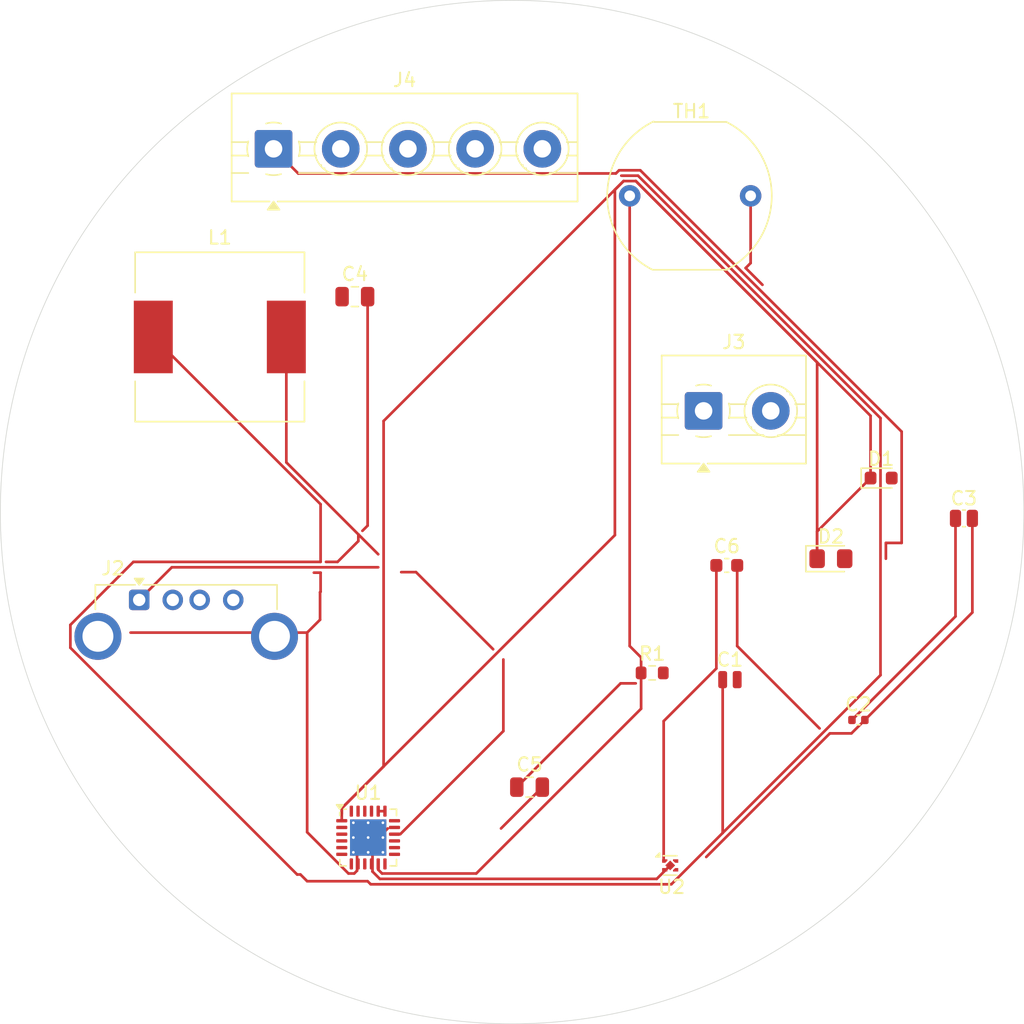
<source format=kicad_pcb>
(kicad_pcb (version 20241229) (generator "pcbnew") (generator_version "9.0")
  (layers (0 "F.Cu" signal) (2 "B.Cu" signal) (13 "F.Paste" user) (15 "B.Paste" user) (5 "F.SilkS" user "F.Silkscreen") (7 "B.SilkS" user "B.Silkscreen") (1 "F.Mask" user) (3 "B.Mask" user) (25 "Edge.Cuts" user))
  (net 0 "")
  (net 1 "Net-(U1-BTST)")
  (net 2 "Net-(C1-Pad1)")
  (net 3 "Net-(U2-EN)")
  (net 4 "GND")
  (net 5 "Net-(U1-REGN)")
  (net 6 "+3V3")
  (net 7 "Net-(D1-A)")
  (net 8 "Net-(D1-K)")
  (net 9 "Net-(D2-A)")
  (net 13 "Net-(U1-TS)")
  (footprint "Capacitor_SMD:C_0603_1608Metric" (layer "F.Cu") (at 158.225 95.5)
    (property "Reference" "C6" (at 0 -1.43 0) (layer "F.SilkS"))
    (property "Value" "C")
    (fp_line (start -0.14058 -0.51) (end 0.14058 -0.51) (stroke (width 0.12)) (layer "F.SilkS"))
    (fp_line (start -0.14058 0.51) (end 0.14058 0.51) (stroke (width 0.12)) (layer "F.SilkS"))
    (pad "1" smd roundrect (at -0.775 0) (size 0.9 0.95) (layers "F.Cu" "F.Mask" "F.Paste") (net 6 "+3V3"))
    (pad "2" smd roundrect (at 0.775 0) (size 0.9 0.95) (layers "F.Cu" "F.Mask" "F.Paste") (net 4 "GND"))
  )
  (footprint "TerminalBlock:TerminalBlock_MaiXu_MX126-5.0-02P_1x02_P5.00mm" (layer "F.Cu") (at 156.5 84)
    (property "Reference" "J3" (at 2.25 -5.12 0) (layer "F.SilkS"))
    (property "Value" "Screw_Terminal_01x01")
    (fp_line (start -3.12 -4.12) (end -3.12 3.92) (stroke (width 0.12)) (layer "F.SilkS"))
    (fp_line (start -3.12 -4.12) (end 7.62 -4.12) (stroke (width 0.12)) (layer "F.SilkS"))
    (fp_line (start -3.12 -0.5) (end -1.88 -0.5) (stroke (width 0.12)) (layer "F.SilkS"))
    (fp_line (start -3.12 0.5) (end -1.88 0.5) (stroke (width 0.12)) (layer "F.SilkS"))
    (fp_line (start -3.12 1.8) (end -1.88 1.8) (stroke (width 0.12)) (layer "F.SilkS"))
    (fp_line (start -3.12 3.92) (end -0.3 3.92) (stroke (width 0.12)) (layer "F.SilkS"))
    (fp_line (start 0.3 3.92) (end 7.62 3.92) (stroke (width 0.12)) (layer "F.SilkS"))
    (fp_line (start 1.88 -0.5) (end 3.188 -0.5) (stroke (width 0.12)) (layer "F.SilkS"))
    (fp_line (start 1.88 0.5) (end 3.188 0.5) (stroke (width 0.12)) (layer "F.SilkS"))
    (fp_line (start 1.88 1.8) (end 4.457 1.8) (stroke (width 0.12)) (layer "F.SilkS"))
    (fp_line (start 3.556 1.204) (end 3.513 1.247) (stroke (width 0.12)) (layer "F.SilkS"))
    (fp_line (start 3.795 1.443) (end 3.752 1.486) (stroke (width 0.12)) (layer "F.SilkS"))
    (fp_line (start 5.543 1.8) (end 7.62 1.8) (stroke (width 0.12)) (layer "F.SilkS"))
    (fp_line (start 6.247 -1.486) (end 6.204 -1.443) (stroke (width 0.12)) (layer "F.SilkS"))
    (fp_line (start 6.487 -1.247) (end 6.444 -1.204) (stroke (width 0.12)) (layer "F.SilkS"))
    (fp_line (start 6.812 -0.5) (end 7.62 -0.5) (stroke (width 0.12)) (layer "F.SilkS"))
    (fp_line (start 6.812 0.5) (end 7.62 0.5) (stroke (width 0.12)) (layer "F.SilkS"))
    (fp_line (start 7.62 -4.12) (end 7.62 3.92) (stroke (width 0.12)) (layer "F.SilkS"))
    (fp_arc (start -1.88 0.554) (mid -1.959928 -0.000246) (end -1.879861 -0.554472) (stroke (width 0.12)) (layer "F.SilkS"))
    (fp_arc (start -0.554 -1.88) (mid 0.000246 -1.959928) (end 0.554472 -1.879861) (stroke (width 0.12)) (layer "F.SilkS"))
    (fp_arc (start 0.554 1.88) (mid -0.000246 1.959928) (end -0.554472 1.879861) (stroke (width 0.12)) (layer "F.SilkS"))
    (fp_arc (start 1.88 -0.554) (mid 1.959928 0.000246) (end 1.879861 0.554472) (stroke (width 0.12)) (layer "F.SilkS"))
    (fp_circle (center 5 0) (end 6.96 0) (stroke (width 0.12)) (fill no) (layer "F.SilkS"))
    (fp_poly (pts (xy 0 3.92) (xy 0.44 4.53) (xy -0.44 4.53) (xy 0 3.92)) (stroke (width 0.12)) (fill yes) (layer "F.SilkS"))
    (pad "1" thru_hole roundrect (at 0 0) (size 2.8 2.8) (drill 1.3) (layers "*.Cu" "*.Mask") (roundrect_rratio 0.089286) (net 4 "GND"))
    (pad "2" thru_hole circle (at 5 0) (size 2.8 2.8) (drill 1.3) (layers "*.Cu" "*.Mask"))
  )
  (footprint "Capacitor_SMD:C_0504_1310Metric_Pad0.83x1.28mm_HandSolder" (layer "F.Cu") (at 175.8725 92)
    (property "Reference" "C3" (at 0 -1.49 0) (layer "F.SilkS"))
    (property "Value" "C")
    (fp_line (start -0.101969 -0.62) (end 0.101969 -0.62) (stroke (width 0.12)) (layer "F.SilkS"))
    (fp_line (start -0.101969 0.62) (end 0.101969 0.62) (stroke (width 0.12)) (layer "F.SilkS"))
    (pad "1" smd roundrect (at -0.6275 0) (size 0.835 1.28) (layers "F.Cu" "F.Mask" "F.Paste") (net 3 "Net-(U2-EN)"))
    (pad "2" smd roundrect (at 0.6275 0) (size 0.835 1.28) (layers "F.Cu" "F.Mask" "F.Paste") (net 4 "GND"))
  )
  (footprint "Inductor_SMD:L_12x12mm_H8mm" (layer "F.Cu") (at 120.5 78.5)
    (property "Reference" "L1" (at 0 -7.4 0) (layer "F.SilkS"))
    (property "Value" "L")
    (fp_line (start -6.3 -6.3) (end 6.3 -6.3) (stroke (width 0.12)) (layer "F.SilkS"))
    (fp_line (start -6.3 -3.3) (end -6.3 -6.3) (stroke (width 0.12)) (layer "F.SilkS"))
    (fp_line (start -6.3 6.3) (end -6.3 3.3) (stroke (width 0.12)) (layer "F.SilkS"))
    (fp_line (start 6.3 -6.3) (end 6.3 -3.3) (stroke (width 0.12)) (layer "F.SilkS"))
    (fp_line (start 6.3 3.3) (end 6.3 6.3) (stroke (width 0.12)) (layer "F.SilkS"))
    (fp_line (start 6.3 6.3) (end -6.3 6.3) (stroke (width 0.12)) (layer "F.SilkS"))
    (pad "1" smd rect (at -4.95 0) (size 2.9 5.4) (layers "F.Cu" "F.Mask" "F.Paste") (net 2 "Net-(C1-Pad1)"))
    (pad "2" smd rect (at 4.95 0) (size 2.9 5.4) (layers "F.Cu" "F.Mask" "F.Paste") (net 3 "Net-(U2-EN)"))
  )
  (footprint "Package_DFN_QFN:OnSemi_XDFN4-1EP_1.0x1.0mm_EP0.52x0.52mm" (layer "F.Cu") (at 154.015 117.825)
    (property "Reference" "U2" (at 0.11 1.6 0) (layer "F.SilkS"))
    (property "Value" "NCP115AMX250TCG")
    (fp_line (start -0.5 0.72) (end 0.5 0.72) (stroke (width 0.12)) (layer "F.SilkS"))
    (fp_line (start 0.5 -0.72) (end -0.5 -0.72) (stroke (width 0.12)) (layer "F.SilkS"))
    (fp_poly (pts (xy -0.79 -0.64) (xy -1.07 -0.64) (xy -0.79 -0.92) (xy -0.79 -0.64)) (stroke (width 0.12)) (fill yes) (layer "F.SilkS"))
    (pad "1" smd custom (at -0.485 -0.325 270) (size 0.26 0.23) (layers "F.Cu" "F.Mask" "F.Paste") (net 6 "+3V3") (options (clearance outline) (anchor rect)) (primitives (gr_poly (pts (xy 0.13 -0.115) (xy -0.13 -0.115) (xy -0.13 -0.275) (xy -0.02 -0.275)) (width 0) (fill yes))))
    (pad "2" smd custom (at -0.485 0.325 270) (size 0.26 0.23) (layers "F.Cu" "F.Mask" "F.Paste") (net 4 "GND") (options (clearance outline) (anchor rect)) (primitives (gr_poly (pts (xy 0.13 -0.115) (xy -0.13 -0.115) (xy 0.02 -0.275) (xy 0.13 -0.275)) (width 0) (fill yes))))
    (pad "3" smd custom (at 0.485 0.325 90) (size 0.26 0.23) (layers "F.Cu" "F.Mask" "F.Paste") (net 3 "Net-(U2-EN)") (options (clearance outline) (anchor rect)) (primitives (gr_poly (pts (xy 0.13 -0.115) (xy -0.13 -0.115) (xy -0.13 -0.275) (xy -0.02 -0.275)) (width 0) (fill yes))))
    (pad "4" smd custom (at 0.485 -0.325 90) (size 0.26 0.23) (layers "F.Cu" "F.Mask" "F.Paste") (net 3 "Net-(U2-EN)") (options (clearance outline) (anchor rect)) (primitives (gr_poly (pts (xy 0.13 -0.115) (xy -0.13 -0.115) (xy 0.02 -0.275) (xy 0.13 -0.275)) (width 0) (fill yes))))
    (pad "5" smd rect (at 0 0 135) (size 0.52 0.52) (layers "F.Cu" "F.Mask" "F.Paste") (net 4 "GND"))
  )
  (footprint "Connector_USB:USB_A_Connfly_DS1095" (layer "F.Cu") (at 114.5 98.0675)
    (property "Reference" "J2" (at -1.95 -2.35 0) (layer "F.SilkS"))
    (property "Value" "USB_B_Micro")
    (fp_line (start -3.26 -1.12) (end -0.3 -1.12) (stroke (width 0.12)) (layer "F.SilkS"))
    (fp_line (start -3.26 0.7) (end -3.26 -1.12) (stroke (width 0.12)) (layer "F.SilkS"))
    (fp_line (start 0.3 -1.12) (end 10.26 -1.12) (stroke (width 0.12)) (layer "F.SilkS"))
    (fp_line (start 10.26 0.7) (end 10.26 -1.12) (stroke (width 0.12)) (layer "F.SilkS"))
    (fp_poly (pts (xy 0 -1.12) (xy -0.34 -1.59) (xy 0.34 -1.59)) (stroke (width 0.12)) (fill yes) (layer "F.SilkS"))
    (pad "1" thru_hole roundrect (at 0 0) (size 1.524 1.524) (drill 0.92) (layers "*.Cu" "*.Mask") (roundrect_rratio 0.1640419948) (net 7 "Net-(D1-A)"))
    (pad "2" thru_hole circle (at 2.5 0) (size 1.524 1.524) (drill 0.92) (layers "*.Cu" "*.Mask"))
    (pad "3" thru_hole circle (at 4.5 0) (size 1.524 1.524) (drill 0.92) (layers "*.Cu" "*.Mask"))
    (pad "4" thru_hole circle (at 7 0) (size 1.524 1.524) (drill 0.92) (layers "*.Cu" "*.Mask"))
    (pad "5" thru_hole circle (at -3.07 2.71) (size 3.5 3.5) (drill 2.3) (layers "*.Cu" "*.Mask") (net 4 "GND"))
    (pad "5" thru_hole circle (at 10.07 2.71) (size 3.5 3.5) (drill 2.3) (layers "*.Cu" "*.Mask") (net 4 "GND"))
  )
  (footprint "OptoDevice:R_LDR_12x10.8mm_P9.0mm_Vertical" (layer "F.Cu") (at 151 68)
    (property "Reference" "TH1" (at 4.6 -6.3 0) (layer "F.SilkS"))
    (property "Value" "Thermistor_NTC")
    (fp_line (start 1.8 -5.5) (end 7.2 -5.5) (stroke (width 0.12)) (layer "F.SilkS"))
    (fp_line (start 7.2 5.5) (end 1.7 5.5) (stroke (width 0.12)) (layer "F.SilkS"))
    (fp_arc (start 1.7 5.5) (mid -1.671546 -0.044886) (end 1.780295 -5.540145) (stroke (width 0.12)) (layer "F.SilkS"))
    (fp_arc (start 7.2 -5.5) (mid 10.571669 0.022361) (end 7.160072 5.520145) (stroke (width 0.12)) (layer "F.SilkS"))
    (pad "1" thru_hole circle (at 0 0) (size 1.6 1.6) (drill 0.8) (layers "*.Cu" "*.Mask") (net 13 "Net-(U1-TS)"))
    (pad "2" thru_hole circle (at 9 0) (size 1.6 1.6) (drill 0.8) (layers "*.Cu" "*.Mask") (net 4 "GND"))
  )
  (footprint "Capacitor_SMD:C_0805_2012Metric" (layer "F.Cu") (at 143.55 112)
    (property "Reference" "C5" (at 0 -1.68 0) (layer "F.SilkS"))
    (property "Value" "C")
    (fp_line (start -0.261252 -0.735) (end 0.261252 -0.735) (stroke (width 0.12)) (layer "F.SilkS"))
    (fp_line (start -0.261252 0.735) (end 0.261252 0.735) (stroke (width 0.12)) (layer "F.SilkS"))
    (pad "1" smd roundrect (at -0.95 0) (size 1 1.45) (layers "F.Cu" "F.Mask" "F.Paste") (net 5 "Net-(U1-REGN)"))
    (pad "2" smd roundrect (at 0.95 0) (size 1 1.45) (layers "F.Cu" "F.Mask" "F.Paste") (net 4 "GND"))
  )
  (footprint "Diode_SMD:D_0603_1608Metric" (layer "F.Cu") (at 169.7125 89)
    (property "Reference" "D1" (at 0 -1.43 0) (layer "F.SilkS"))
    (property "Value" "D")
    (fp_line (start -1.485 -0.735) (end -1.485 0.735) (stroke (width 0.12)) (layer "F.SilkS"))
    (fp_line (start -1.485 0.735) (end 0.8 0.735) (stroke (width 0.12)) (layer "F.SilkS"))
    (fp_line (start 0.8 -0.735) (end -1.485 -0.735) (stroke (width 0.12)) (layer "F.SilkS"))
    (pad "1" smd roundrect (at -0.7875 0) (size 0.875 0.95) (layers "F.Cu" "F.Mask" "F.Paste") (net 8 "Net-(D1-K)"))
    (pad "2" smd roundrect (at 0.7875 0) (size 0.875 0.95) (layers "F.Cu" "F.Mask" "F.Paste") (net 7 "Net-(D1-A)"))
  )
  (footprint "Package_DFN_QFN:Texas_RTW_WQFN-24-1EP_4x4mm_P0.5mm_EP2.7x2.7mm_ThermalVias" (layer "F.Cu") (at 131.5375 115.75)
    (property "Reference" "U1" (at 0 -3.33 0) (layer "F.SilkS"))
    (property "Value" "BQ25895RTW")
    (fp_line (start -2.11 -1.635) (end -2.11 -1.87) (stroke (width 0.12)) (layer "F.SilkS"))
    (fp_line (start -2.11 2.11) (end -2.11 1.635) (stroke (width 0.12)) (layer "F.SilkS"))
    (fp_line (start -1.635 -2.11) (end -1.81 -2.11) (stroke (width 0.12)) (layer "F.SilkS"))
    (fp_line (start -1.635 2.11) (end -2.11 2.11) (stroke (width 0.12)) (layer "F.SilkS"))
    (fp_line (start 1.635 -2.11) (end 2.11 -2.11) (stroke (width 0.12)) (layer "F.SilkS"))
    (fp_line (start 1.635 2.11) (end 2.11 2.11) (stroke (width 0.12)) (layer "F.SilkS"))
    (fp_line (start 2.11 -2.11) (end 2.11 -1.635) (stroke (width 0.12)) (layer "F.SilkS"))
    (fp_line (start 2.11 2.11) (end 2.11 1.635) (stroke (width 0.12)) (layer "F.SilkS"))
    (fp_poly (pts (xy -2.11 -2.11) (xy -2.35 -2.44) (xy -1.87 -2.44) (xy -2.11 -2.11)) (stroke (width 0.12)) (fill yes) (layer "F.SilkS"))
    (pad "1" smd roundrect (at -1.9625 -1.25) (size 0.825 0.25) (layers "F.Cu" "F.Mask" "F.Paste") (net 8 "Net-(D1-K)"))
    (pad "2" smd roundrect (at -1.9625 -0.75) (size 0.825 0.25) (layers "F.Cu" "F.Mask" "F.Paste"))
    (pad "3" smd roundrect (at -1.9625 -0.25) (size 0.825 0.25) (layers "F.Cu" "F.Mask" "F.Paste"))
    (pad "4" smd roundrect (at -1.9625 0.25) (size 0.825 0.25) (layers "F.Cu" "F.Mask" "F.Paste"))
    (pad "5" smd roundrect (at -1.9625 0.75) (size 0.825 0.25) (layers "F.Cu" "F.Mask" "F.Paste"))
    (pad "6" smd roundrect (at -1.9625 1.25) (size 0.825 0.25) (layers "F.Cu" "F.Mask" "F.Paste"))
    (pad "7" smd roundrect (at -1.25 1.9625) (size 0.25 0.825) (layers "F.Cu" "F.Mask" "F.Paste"))
    (pad "8" smd roundrect (at -0.75 1.9625) (size 0.25 0.825) (layers "F.Cu" "F.Mask" "F.Paste") (net 4 "GND"))
    (pad "9" smd roundrect (at -0.25 1.9625) (size 0.25 0.825) (layers "F.Cu" "F.Mask" "F.Paste") (net 4 "GND"))
    (pad "10" smd roundrect (at 0.25 1.9625) (size 0.25 0.825) (layers "F.Cu" "F.Mask" "F.Paste") (net 4 "GND"))
    (pad "11" smd roundrect (at 0.75 1.9625) (size 0.25 0.825) (layers "F.Cu" "F.Mask" "F.Paste") (net 13 "Net-(U1-TS)"))
    (pad "12" smd roundrect (at 1.25 1.9625) (size 0.25 0.825) (layers "F.Cu" "F.Mask" "F.Paste"))
    (pad "13" smd roundrect (at 1.9625 1.25) (size 0.825 0.25) (layers "F.Cu" "F.Mask" "F.Paste"))
    (pad "14" smd roundrect (at 1.9625 0.75) (size 0.825 0.25) (layers "F.Cu" "F.Mask" "F.Paste"))
    (pad "15" smd roundrect (at 1.9625 0.25) (size 0.825 0.25) (layers "F.Cu" "F.Mask" "F.Paste") (net 3 "Net-(U2-EN)"))
    (pad "16" smd roundrect (at 1.9625 -0.25) (size 0.825 0.25) (layers "F.Cu" "F.Mask" "F.Paste") (net 3 "Net-(U2-EN)"))
    (pad "17" smd roundrect (at 1.9625 -0.75) (size 0.825 0.25) (layers "F.Cu" "F.Mask" "F.Paste") (net 4 "GND"))
    (pad "18" smd roundrect (at 1.9625 -1.25) (size 0.825 0.25) (layers "F.Cu" "F.Mask" "F.Paste") (net 4 "GND"))
    (pad "19" smd roundrect (at 1.25 -1.9625) (size 0.25 0.825) (layers "F.Cu" "F.Mask" "F.Paste") (net 2 "Net-(C1-Pad1)"))
    (pad "20" smd roundrect (at 0.75 -1.9625) (size 0.25 0.825) (layers "F.Cu" "F.Mask" "F.Paste") (net 2 "Net-(C1-Pad1)"))
    (pad "21" smd roundrect (at 0.25 -1.9625) (size 0.25 0.825) (layers "F.Cu" "F.Mask" "F.Paste") (net 1 "Net-(U1-BTST)"))
    (pad "22" smd roundrect (at -0.25 -1.9625) (size 0.25 0.825) (layers "F.Cu" "F.Mask" "F.Paste") (net 5 "Net-(U1-REGN)"))
    (pad "23" smd roundrect (at -0.75 -1.9625) (size 0.25 0.825) (layers "F.Cu" "F.Mask" "F.Paste"))
    (pad "24" smd roundrect (at -1.25 -1.9625) (size 0.25 0.825) (layers "F.Cu" "F.Mask" "F.Paste"))
    (pad "25" thru_hole circle (at -1.1 -1.1) (size 0.5 0.5) (drill 0.2) (property pad_prop_heatsink) (layers "*.Cu") (net 4 "GND"))
    (pad "25" thru_hole circle (at -1.1 0) (size 0.5 0.5) (drill 0.2) (property pad_prop_heatsink) (layers "*.Cu") (net 4 "GND"))
    (pad "25" thru_hole circle (at -1.1 1.1) (size 0.5 0.5) (drill 0.2) (property pad_prop_heatsink) (layers "*.Cu") (net 4 "GND"))
    (pad "25" thru_hole circle (at 0 -1.1) (size 0.5 0.5) (drill 0.2) (property pad_prop_heatsink) (layers "*.Cu") (net 4 "GND"))
    (pad "25" thru_hole circle (at 0 0) (size 0.5 0.5) (drill 0.2) (property pad_prop_heatsink) (layers "*.Cu") (net 4 "GND"))
    (pad "25" smd rect (at 0 0) (size 2.7 2.7) (property pad_prop_heatsink) (layers "F.Cu" "F.Mask") (net 4 "GND"))
    (pad "25" smd rect (at 0 0) (size 2.7 2.7) (property pad_prop_heatsink) (layers "B.Cu") (net 4 "GND"))
    (pad "25" thru_hole circle (at 0 1.1) (size 0.5 0.5) (drill 0.2) (property pad_prop_heatsink) (layers "*.Cu") (net 4 "GND"))
    (pad "25" thru_hole circle (at 1.1 -1.1) (size 0.5 0.5) (drill 0.2) (property pad_prop_heatsink) (layers "*.Cu") (net 4 "GND"))
    (pad "25" thru_hole circle (at 1.1 0) (size 0.5 0.5) (drill 0.2) (property pad_prop_heatsink) (layers "*.Cu") (net 4 "GND"))
    (pad "25" thru_hole circle (at 1.1 1.1) (size 0.5 0.5) (drill 0.2) (property pad_prop_heatsink) (layers "*.Cu") (net 4 "GND"))
  )
  (footprint "Capacitor_SMD:C_0402_1005Metric" (layer "F.Cu") (at 168.02 107)
    (property "Reference" "C2" (at 0 -1.16 0) (layer "F.SilkS"))
    (property "Value" "C")
    (fp_line (start -0.107836 -0.36) (end 0.107836 -0.36) (stroke (width 0.12)) (layer "F.SilkS"))
    (fp_line (start -0.107836 0.36) (end 0.107836 0.36) (stroke (width 0.12)) (layer "F.SilkS"))
    (pad "1" smd roundrect (at -0.48 0) (size 0.56 0.62) (layers "F.Cu" "F.Mask" "F.Paste") (net 3 "Net-(U2-EN)"))
    (pad "2" smd roundrect (at 0.48 0) (size 0.56 0.62) (layers "F.Cu" "F.Mask" "F.Paste") (net 4 "GND"))
  )
  (footprint "Capacitor_SMD:C_0805_2012Metric" (layer "F.Cu") (at 130.55 75.5)
    (property "Reference" "C4" (at 0 -1.68 0) (layer "F.SilkS"))
    (property "Value" "C")
    (fp_line (start -0.261252 -0.735) (end 0.261252 -0.735) (stroke (width 0.12)) (layer "F.SilkS"))
    (fp_line (start -0.261252 0.735) (end 0.261252 0.735) (stroke (width 0.12)) (layer "F.SilkS"))
    (pad "1" smd roundrect (at -0.95 0) (size 1 1.45) (layers "F.Cu" "F.Mask" "F.Paste") (net 3 "Net-(U2-EN)"))
    (pad "2" smd roundrect (at 0.95 0) (size 1 1.45) (layers "F.Cu" "F.Mask" "F.Paste") (net 4 "GND"))
  )
  (footprint "Capacitor_SMD:C_0504_1310Metric" (layer "F.Cu") (at 158.46 104)
    (property "Reference" "C1" (at 0 -1.49 0) (layer "F.SilkS"))
    (property "Value" "C")
    (pad "1" smd roundrect (at -0.54 0) (size 0.66 1.28) (layers "F.Cu" "F.Mask" "F.Paste") (net 2 "Net-(C1-Pad1)"))
    (pad "2" smd roundrect (at 0.54 0) (size 0.66 1.28) (layers "F.Cu" "F.Mask" "F.Paste") (net 1 "Net-(U1-BTST)"))
  )
  (footprint "Resistor_SMD:R_0603_1608Metric" (layer "F.Cu") (at 152.675 103.5)
    (property "Reference" "R1" (at 0 -1.43 0) (layer "F.SilkS"))
    (property "Value" "R")
    (fp_line (start -0.237258 -0.5225) (end 0.237258 -0.5225) (stroke (width 0.12)) (layer "F.SilkS"))
    (fp_line (start -0.237258 0.5225) (end 0.237258 0.5225) (stroke (width 0.12)) (layer "F.SilkS"))
    (pad "1" smd roundrect (at -0.825 0) (size 0.8 0.95) (layers "F.Cu" "F.Mask" "F.Paste") (net 13 "Net-(U1-TS)"))
    (pad "2" smd roundrect (at 0.825 0) (size 0.8 0.95) (layers "F.Cu" "F.Mask" "F.Paste") (net 5 "Net-(U1-REGN)"))
  )
  (footprint "TerminalBlock:TerminalBlock_MaiXu_MX126-5.0-05P_1x05_P5.00mm" (layer "F.Cu") (at 124.5 64.5)
    (property "Reference" "J4" (at 9.75 -5.12 0) (layer "F.SilkS"))
    (property "Value" "Screw_Terminal_01x01")
    (fp_line (start -3.12 -4.12) (end -3.12 3.92) (stroke (width 0.12)) (layer "F.SilkS"))
    (fp_line (start -3.12 -4.12) (end 22.62 -4.12) (stroke (width 0.12)) (layer "F.SilkS"))
    (fp_line (start -3.12 -0.5) (end -1.88 -0.5) (stroke (width 0.12)) (layer "F.SilkS"))
    (fp_line (start -3.12 0.5) (end -1.88 0.5) (stroke (width 0.12)) (layer "F.SilkS"))
    (fp_line (start -3.12 1.8) (end -1.88 1.8) (stroke (width 0.12)) (layer "F.SilkS"))
    (fp_line (start -3.12 3.92) (end -0.3 3.92) (stroke (width 0.12)) (layer "F.SilkS"))
    (fp_line (start 0.3 3.92) (end 22.62 3.92) (stroke (width 0.12)) (layer "F.SilkS"))
    (fp_line (start 1.88 -0.5) (end 3.188 -0.5) (stroke (width 0.12)) (layer "F.SilkS"))
    (fp_line (start 1.88 0.5) (end 3.188 0.5) (stroke (width 0.12)) (layer "F.SilkS"))
    (fp_line (start 1.88 1.8) (end 4.457 1.8) (stroke (width 0.12)) (layer "F.SilkS"))
    (fp_line (start 3.556 1.204) (end 3.513 1.247) (stroke (width 0.12)) (layer "F.SilkS"))
    (fp_line (start 3.795 1.443) (end 3.752 1.486) (stroke (width 0.12)) (layer "F.SilkS"))
    (fp_line (start 5.543 1.8) (end 9.457 1.8) (stroke (width 0.12)) (layer "F.SilkS"))
    (fp_line (start 6.247 -1.486) (end 6.204 -1.443) (stroke (width 0.12)) (layer "F.SilkS"))
    (fp_line (start 6.487 -1.247) (end 6.444 -1.204) (stroke (width 0.12)) (layer "F.SilkS"))
    (fp_line (start 6.812 -0.5) (end 8.188 -0.5) (stroke (width 0.12)) (layer "F.SilkS"))
    (fp_line (start 6.812 0.5) (end 8.188 0.5) (stroke (width 0.12)) (layer "F.SilkS"))
    (fp_line (start 8.556 1.204) (end 8.513 1.247) (stroke (width 0.12)) (layer "F.SilkS"))
    (fp_line (start 8.795 1.443) (end 8.752 1.486) (stroke (width 0.12)) (layer "F.SilkS"))
    (fp_line (start 10.543 1.8) (end 14.457 1.8) (stroke (width 0.12)) (layer "F.SilkS"))
    (fp_line (start 11.247 -1.486) (end 11.204 -1.443) (stroke (width 0.12)) (layer "F.SilkS"))
    (fp_line (start 11.487 -1.247) (end 11.444 -1.204) (stroke (width 0.12)) (layer "F.SilkS"))
    (fp_line (start 11.812 -0.5) (end 13.188 -0.5) (stroke (width 0.12)) (layer "F.SilkS"))
    (fp_line (start 11.812 0.5) (end 13.188 0.5) (stroke (width 0.12)) (layer "F.SilkS"))
    (fp_line (start 13.556 1.204) (end 13.513 1.247) (stroke (width 0.12)) (layer "F.SilkS"))
    (fp_line (start 13.795 1.443) (end 13.752 1.486) (stroke (width 0.12)) (layer "F.SilkS"))
    (fp_line (start 15.543 1.8) (end 19.457 1.8) (stroke (width 0.12)) (layer "F.SilkS"))
    (fp_line (start 16.247 -1.486) (end 16.204 -1.443) (stroke (width 0.12)) (layer "F.SilkS"))
    (fp_line (start 16.487 -1.247) (end 16.444 -1.204) (stroke (width 0.12)) (layer "F.SilkS"))
    (fp_line (start 16.812 -0.5) (end 18.188 -0.5) (stroke (width 0.12)) (layer "F.SilkS"))
    (fp_line (start 16.812 0.5) (end 18.188 0.5) (stroke (width 0.12)) (layer "F.SilkS"))
    (fp_line (start 18.556 1.204) (end 18.513 1.247) (stroke (width 0.12)) (layer "F.SilkS"))
    (fp_line (start 18.795 1.443) (end 18.752 1.486) (stroke (width 0.12)) (layer "F.SilkS"))
    (fp_line (start 20.543 1.8) (end 22.62 1.8) (stroke (width 0.12)) (layer "F.SilkS"))
    (fp_line (start 21.247 -1.486) (end 21.204 -1.443) (stroke (width 0.12)) (layer "F.SilkS"))
    (fp_line (start 21.487 -1.247) (end 21.444 -1.204) (stroke (width 0.12)) (layer "F.SilkS"))
    (fp_line (start 21.812 -0.5) (end 22.62 -0.5) (stroke (width 0.12)) (layer "F.SilkS"))
    (fp_line (start 21.812 0.5) (end 22.62 0.5) (stroke (width 0.12)) (layer "F.SilkS"))
    (fp_line (start 22.62 -4.12) (end 22.62 3.92) (stroke (width 0.12)) (layer "F.SilkS"))
    (fp_arc (start -1.88 0.554) (mid -1.959928 -0.000246) (end -1.879861 -0.554472) (stroke (width 0.12)) (layer "F.SilkS"))
    (fp_arc (start -0.554 -1.88) (mid 0.000246 -1.959928) (end 0.554472 -1.879861) (stroke (width 0.12)) (layer "F.SilkS"))
    (fp_arc (start 0.554 1.88) (mid -0.000246 1.959928) (end -0.554472 1.879861) (stroke (width 0.12)) (layer "F.SilkS"))
    (fp_arc (start 1.88 -0.554) (mid 1.959928 0.000246) (end 1.879861 0.554472) (stroke (width 0.12)) (layer "F.SilkS"))
    (fp_circle (center 5 0) (end 6.96 0) (stroke (width 0.12)) (fill no) (layer "F.SilkS"))
    (fp_circle (center 10 0) (end 11.96 0) (stroke (width 0.12)) (fill no) (layer "F.SilkS"))
    (fp_circle (center 15 0) (end 16.96 0) (stroke (width 0.12)) (fill no) (layer "F.SilkS"))
    (fp_circle (center 20 0) (end 21.96 0) (stroke (width 0.12)) (fill no) (layer "F.SilkS"))
    (fp_poly (pts (xy 0 3.92) (xy 0.44 4.53) (xy -0.44 4.53) (xy 0 3.92)) (stroke (width 0.12)) (fill yes) (layer "F.SilkS"))
    (pad "1" thru_hole roundrect (at 0 0) (size 2.8 2.8) (drill 1.3) (layers "*.Cu" "*.Mask") (roundrect_rratio 0.089286) (net 9 "Net-(D2-A)"))
    (pad "2" thru_hole circle (at 5 0) (size 2.8 2.8) (drill 1.3) (layers "*.Cu" "*.Mask"))
    (pad "3" thru_hole circle (at 10 0) (size 2.8 2.8) (drill 1.3) (layers "*.Cu" "*.Mask"))
    (pad "4" thru_hole circle (at 15 0) (size 2.8 2.8) (drill 1.3) (layers "*.Cu" "*.Mask"))
    (pad "5" thru_hole circle (at 20 0) (size 2.8 2.8) (drill 1.3) (layers "*.Cu" "*.Mask"))
  )
  (footprint "Diode_SMD:D_0805_2012Metric_Pad1.15x1.40mm_HandSolder" (layer "F.Cu") (at 165.975 95)
    (property "Reference" "D2" (at 0 -1.65 0) (layer "F.SilkS"))
    (property "Value" "D")
    (fp_line (start -1.86 -0.96) (end -1.86 0.96) (stroke (width 0.12)) (layer "F.SilkS"))
    (fp_line (start -1.86 0.96) (end 1 0.96) (stroke (width 0.12)) (layer "F.SilkS"))
    (fp_line (start 1 -0.96) (end -1.86 -0.96) (stroke (width 0.12)) (layer "F.SilkS"))
    (pad "1" smd roundrect (at -1.025 0) (size 1.15 1.4) (layers "F.Cu" "F.Mask" "F.Paste") (roundrect_rratio 0.217391) (net 8 "Net-(D1-K)"))
    (pad "2" smd roundrect (at 1.025 0) (size 1.15 1.4) (layers "F.Cu" "F.Mask" "F.Paste") (roundrect_rratio 0.217391) (net 9 "Net-(D2-A)"))
  )
  (gr_circle (center 142.25 91.5325) (end 144.75 129.5325) (stroke (width 0.05)) (fill no) (layer "Edge.Cuts"))
  (segment (start 134 96) (end 135.1 96) (width 0.2) (layer "F.Cu") (net 0))
  (segment (start 135.1 96) (end 140.839801 101.739801) (width 0.2) (layer "F.Cu") (net 0))
  (segment (start 157.92 115.407752) (end 157.92 104) (width 0.2) (layer "F.Cu") (net 2))
  (segment (start 109.379 99.927947) (end 114.069447 95.2375) (width 0.2) (layer "F.Cu") (net 2))
  (segment (start 151.62215 66.498) (end 150.37785 66.498) (width 0.2) (layer "F.Cu") (net 2))
  (segment (start 126.251947 118.5) (end 109.379 101.627053) (width 0.2) (layer "F.Cu") (net 2))
  (segment (start 154.099752 119.228) (end 131.728 119.228) (width 0.2) (layer "F.Cu") (net 2))
  (segment (start 128 90.95) (end 115.55 78.5) (width 0.2) (layer "F.Cu") (net 2))
  (segment (start 128 95.2375) (end 128 90.95) (width 0.2) (layer "F.Cu") (net 2))
  (segment (start 131.5 119) (end 127 119) (width 0.2) (layer "F.Cu") (net 2))
  (segment (start 157.92 115.407752) (end 154.099752 119.228) (width 0.2) (layer "F.Cu") (net 2))
  (segment (start 132.2875 113.7875) (end 132.7875 113.7875) (width 0.2) (layer "F.Cu") (net 2))
  (segment (start 109.379 101.627053) (end 109.379 99.927947) (width 0.2) (layer "F.Cu") (net 2))
  (segment (start 131.728 119.228) (end 131.5 119) (width 0.2) (layer "F.Cu") (net 2))
  (segment (start 157.92 115.407752) (end 169.6635 103.664252) (width 0.2) (layer "F.Cu") (net 2))
  (segment (start 114.069447 95.2375) (end 128 95.2375) (width 0.2) (layer "F.Cu") (net 2))
  (segment (start 127 119) (end 126.5 118.5) (width 0.2) (layer "F.Cu") (net 2))
  (segment (start 169.6635 103.664252) (end 169.6635 84.53935) (width 0.2) (layer "F.Cu") (net 2))
  (segment (start 126.5 118.5) (end 126.251947 118.5) (width 0.2) (layer "F.Cu") (net 2))
  (segment (start 169.6635 84.53935) (end 151.62215 66.498) (width 0.2) (layer "F.Cu") (net 2))
  (segment (start 125.45 87.8329) (end 130.80855 93.19145) (width 0.2) (layer "F.Cu") (net 3))
  (segment (start 125.45 78.5) (end 125.45 87.8329) (width 0.2) (layer "F.Cu") (net 3))
  (segment (start 130.80855 93.19145) (end 131.05855 93.44145) (width 0.2) (layer "F.Cu") (net 3))
  (segment (start 175.245 92) (end 175.245 99.295) (width 0.2) (layer "F.Cu") (net 3))
  (segment (start 130.80855 93.19145) (end 130.80855 93.69145) (width 0.2) (layer "F.Cu") (net 3))
  (segment (start 133.928298 115.5) (end 141.6 107.828298) (width 0.2) (layer "F.Cu") (net 3))
  (segment (start 131.05855 93.44145) (end 132.2875 94.6704) (width 0.2) (layer "F.Cu") (net 3))
  (segment (start 175.245 99.295) (end 167.54 107) (width 0.2) (layer "F.Cu") (net 3))
  (segment (start 130.80855 93.69145) (end 129.2625 95.2375) (width 0.2) (layer "F.Cu") (net 3))
  (segment (start 129.2625 95.2375) (end 128.401 95.2375) (width 0.2) (layer "F.Cu") (net 3))
  (segment (start 141.6 107.828298) (end 141.6 102.5) (width 0.2) (layer "F.Cu") (net 3))
  (segment (start 133.5 115.5) (end 133.928298 115.5) (width 0.2) (layer "F.Cu") (net 3))
  (segment (start 128 97.4605) (end 128 96.0395) (width 0.2) (layer "F.Cu") (net 4))
  (segment (start 130.7135 114.926) (end 130.7135 118.214798) (width 0.2) (layer "F.Cu") (net 4))
  (segment (start 127 100.5) (end 127.9605 99.5395) (width 0.2) (layer "F.Cu") (net 4))
  (segment (start 130.7135 118.214798) (end 130.502298 118.426) (width 0.2) (layer "F.Cu") (net 4))
  (segment (start 127.9605 97.5) (end 128 97.4605) (width 0.2) (layer "F.Cu") (net 4))
  (segment (start 131.8615 118.281898) (end 131.8615 116.210202) (width 0.2) (layer "F.Cu") (net 4))
  (segment (start 153.013 118.827) (end 132.406602 118.827) (width 0.2) (layer "F.Cu") (net 4))
  (segment (start 131.5 92.5395) (end 131.11185 92.92765) (width 0.2) (layer "F.Cu") (net 4))
  (segment (start 127 115.353298) (end 127 100.5) (width 0.2) (layer "F.Cu") (net 4))
  (segment (start 160 68) (end 160 73) (width 0.2) (layer "F.Cu") (net 4))
  (segment (start 176.5 92) (end 176.5 99) (width 0.2) (layer "F.Cu") (net 4))
  (segment (start 130.4375 114.65) (end 130.7135 114.926) (width 0.2) (layer "F.Cu") (net 4))
  (segment (start 128 96.0395) (end 127.5 96.0395) (width 0.2) (layer "F.Cu") (net 4))
  (segment (start 130.072702 118.426) (end 127 115.353298) (width 0.2) (layer "F.Cu") (net 4))
  (segment (start 130.502298 118.426) (end 130.072702 118.426) (width 0.2) (layer "F.Cu") (net 4))
  (segment (start 132.406602 118.827) (end 131.8615 118.281898) (width 0.2) (layer "F.Cu") (net 4))
  (segment (start 168.5 107) (end 167.5 108) (width 0.2) (layer "F.Cu") (net 4))
  (segment (start 131.8615 116.210202) (end 132.997702 115.074) (width 0.2) (layer "F.Cu") (net 4))
  (segment (start 113.86 100.5) (end 127 100.5) (width 0.2) (layer "F.Cu") (net 4))
  (segment (start 154.015 117.825) (end 153.013 118.827) (width 0.2) (layer "F.Cu") (net 4))
  (segment (start 159.629175 73.370825) (end 160.879175 74.620825) (width 0.2) (layer "F.Cu") (net 4))
  (segment (start 165.894852 108) (end 156.697426 117.197426) (width 0.2) (layer "F.Cu") (net 4))
  (segment (start 167.5 108) (end 165.894852 108) (width 0.2) (layer "F.Cu") (net 4))
  (segment (start 159 95.5) (end 159 101.5) (width 0.2) (layer "F.Cu") (net 4))
  (segment (start 176.5 99) (end 168.5 107) (width 0.2) (layer "F.Cu") (net 4))
  (segment (start 141.426 115.074) (end 144.5 112) (width 0.2) (layer "F.Cu") (net 4))
  (segment (start 160 73) (end 159.629175 73.370825) (width 0.2) (layer "F.Cu") (net 4))
  (segment (start 127.9605 99.5395) (end 127.9605 97.5) (width 0.2) (layer "F.Cu") (net 4))
  (segment (start 159 101.5) (end 165.130326 107.630326) (width 0.2) (layer "F.Cu") (net 4))
  (segment (start 131.5 75.5) (end 131.5 92.5395) (width 0.2) (layer "F.Cu") (net 4))
  (segment (start 150.324 104.276) (end 151.449 104.276) (width 0.2) (layer "F.Cu") (net 5))
  (segment (start 142.6 112) (end 150.324 104.276) (width 0.2) (layer "F.Cu") (net 5))
  (segment (start 157.45 103.166404) (end 153.53 107.086404) (width 0.2) (layer "F.Cu") (net 6))
  (segment (start 153.53 107.086404) (end 153.53 117.5) (width 0.2) (layer "F.Cu") (net 6))
  (segment (start 157.45 95.5) (end 157.45 103.166404) (width 0.2) (layer "F.Cu") (net 6))
  (segment (start 114.5 98.0675) (end 116.929 95.6385) (width 0.2) (layer "F.Cu") (net 7))
  (segment (start 116.929 95.6385) (end 132.2875 95.6385) (width 0.2) (layer "F.Cu") (net 7))
  (segment (start 129.575 114.5) (end 129.575 113.571702) (width 0.2) (layer "F.Cu") (net 8))
  (segment (start 168.925 89) (end 168.925 84.36795) (width 0.2) (layer "F.Cu") (net 8))
  (segment (start 132.6885 110.458202) (end 129.575 113.571702) (width 0.2) (layer "F.Cu") (net 8))
  (segment (start 149.899 93.247702) (end 149.899 67.54395) (width 0.2) (layer "F.Cu") (net 8))
  (segment (start 164.95 95) (end 164.95 92.975) (width 0.2) (layer "F.Cu") (net 8))
  (segment (start 150.54395 66.899) (end 132.6885 84.75445) (width 0.2) (layer "F.Cu") (net 8))
  (segment (start 150.54395 66.899) (end 151.45605 66.899) (width 0.2) (layer "F.Cu") (net 8))
  (segment (start 168.925 84.36795) (end 151.45605 66.899) (width 0.2) (layer "F.Cu") (net 8))
  (segment (start 149.899 67.54395) (end 150.54395 66.899) (width 0.2) (layer "F.Cu") (net 8))
  (segment (start 164.95 92.975) (end 168.925 89) (width 0.2) (layer "F.Cu") (net 8))
  (segment (start 151.45605 66.899) (end 164.95 80.39295) (width 0.2) (layer "F.Cu") (net 8))
  (segment (start 129.575 113.571702) (end 149.899 93.247702) (width 0.2) (layer "F.Cu") (net 8))
  (segment (start 132.6885 84.75445) (end 132.6885 110.458202) (width 0.2) (layer "F.Cu") (net 8))
  (segment (start 129.575 113.571702) (end 129.575 114) (width 0.2) (layer "F.Cu") (net 8))
  (segment (start 164.95 80.39295) (end 164.95 95) (width 0.2) (layer "F.Cu") (net 8))
  (segment (start 124.5 64.5) (end 126.3319 66.3319) (width 0.2) (layer "F.Cu") (net 9))
  (segment (start 126.3319 66.3319) (end 149.97685 66.3319) (width 0.2) (layer "F.Cu") (net 9))
  (segment (start 171.2385 85.54725) (end 171.2385 93.826) (width 0.2) (layer "F.Cu") (net 9))
  (segment (start 170.0645 93.826) (end 170.0645 95) (width 0.2) (layer "F.Cu") (net 9))
  (segment (start 150.21175 66.097) (end 151.78825 66.097) (width 0.2) (layer "F.Cu") (net 9))
  (segment (start 151.78825 66.097) (end 171.2385 85.54725) (width 0.2) (layer "F.Cu") (net 9))
  (segment (start 149.97685 66.3319) (end 150.21175 66.097) (width 0.2) (layer "F.Cu") (net 9))
  (segment (start 171.2385 93.826) (end 170.0645 93.826) (width 0.2) (layer "F.Cu") (net 9))
  (segment (start 139.58516 118.426) (end 151.85 106.16116) (width 0.2) (layer "F.Cu") (net 13))
  (segment (start 132.2875 118.140798) (end 132.572702 118.426) (width 0.2) (layer "F.Cu") (net 13))
  (segment (start 151.85 103.5) (end 151.85 102.35) (width 0.2) (layer "F.Cu") (net 13))
  (segment (start 132.572702 118.426) (end 139.58516 118.426) (width 0.2) (layer "F.Cu") (net 13))
  (segment (start 151 101.5) (end 151 68) (width 0.2) (layer "F.Cu") (net 13))
  (segment (start 151.85 106.16116) (end 151.85 103.5) (width 0.2) (layer "F.Cu") (net 13))
  (segment (start 132.2875 117.7125) (end 132.2875 118.140798) (width 0.2) (layer "F.Cu") (net 13))
  (segment (start 151.85 102.35) (end 151 101.5) (width 0.2) (layer "F.Cu") (net 13))
)
</source>
